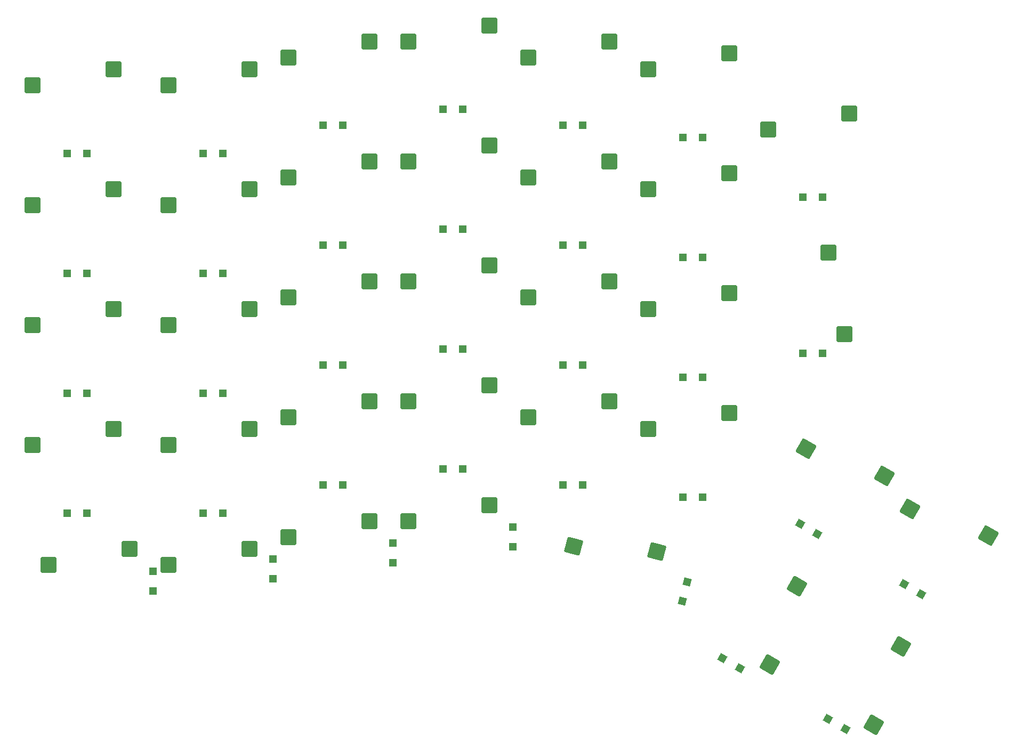
<source format=gbp>
G04 #@! TF.GenerationSoftware,KiCad,Pcbnew,7.0.8*
G04 #@! TF.CreationDate,2023-11-23T13:30:25+08:00*
G04 #@! TF.ProjectId,redox_rev1_hs,7265646f-785f-4726-9576-315f68732e6b,1.0*
G04 #@! TF.SameCoordinates,Original*
G04 #@! TF.FileFunction,Paste,Bot*
G04 #@! TF.FilePolarity,Positive*
%FSLAX46Y46*%
G04 Gerber Fmt 4.6, Leading zero omitted, Abs format (unit mm)*
G04 Created by KiCad (PCBNEW 7.0.8) date 2023-11-23 13:30:25*
%MOMM*%
%LPD*%
G01*
G04 APERTURE LIST*
G04 Aperture macros list*
%AMRoundRect*
0 Rectangle with rounded corners*
0 $1 Rounding radius*
0 $2 $3 $4 $5 $6 $7 $8 $9 X,Y pos of 4 corners*
0 Add a 4 corners polygon primitive as box body*
4,1,4,$2,$3,$4,$5,$6,$7,$8,$9,$2,$3,0*
0 Add four circle primitives for the rounded corners*
1,1,$1+$1,$2,$3*
1,1,$1+$1,$4,$5*
1,1,$1+$1,$6,$7*
1,1,$1+$1,$8,$9*
0 Add four rect primitives between the rounded corners*
20,1,$1+$1,$2,$3,$4,$5,0*
20,1,$1+$1,$4,$5,$6,$7,0*
20,1,$1+$1,$6,$7,$8,$9,0*
20,1,$1+$1,$8,$9,$2,$3,0*%
%AMRotRect*
0 Rectangle, with rotation*
0 The origin of the aperture is its center*
0 $1 length*
0 $2 width*
0 $3 Rotation angle, in degrees counterclockwise*
0 Add horizontal line*
21,1,$1,$2,0,0,$3*%
G04 Aperture macros list end*
%ADD10R,1.200000X1.200000*%
%ADD11RotRect,1.200000X1.200000X150.000000*%
%ADD12RotRect,1.200000X1.200000X255.000000*%
%ADD13RoundRect,0.250000X-1.025000X-1.000000X1.025000X-1.000000X1.025000X1.000000X-1.025000X1.000000X0*%
%ADD14RoundRect,0.250000X-1.000000X1.025000X-1.000000X-1.025000X1.000000X-1.025000X1.000000X1.025000X0*%
%ADD15RoundRect,0.250000X-1.387676X-0.353525X0.387676X-1.378525X1.387676X0.353525X-0.387676X1.378525X0*%
%ADD16RoundRect,0.250000X-1.248893X-0.700636X0.731255X-1.231215X1.248893X0.700636X-0.731255X1.231215X0*%
%ADD17RoundRect,0.250000X-0.353525X1.387676X-1.378525X-0.387676X0.353525X-1.387676X1.378525X0.387676X0*%
G04 APERTURE END LIST*
D10*
X89865000Y-74930000D03*
X93015000Y-74930000D03*
X111455000Y-74930000D03*
X114605000Y-74930000D03*
X130505000Y-70485000D03*
X133655000Y-70485000D03*
X149555000Y-67945000D03*
X152705000Y-67945000D03*
X168605000Y-70485000D03*
X171755000Y-70485000D03*
X187655000Y-72390000D03*
X190805000Y-72390000D03*
X206705000Y-81915000D03*
X209855000Y-81915000D03*
X89865000Y-93980000D03*
X93015000Y-93980000D03*
X111455000Y-93980000D03*
X114605000Y-93980000D03*
X130505000Y-89535000D03*
X133655000Y-89535000D03*
X149555000Y-86995000D03*
X152705000Y-86995000D03*
X168605000Y-89535000D03*
X171755000Y-89535000D03*
X187655000Y-91440000D03*
X190805000Y-91440000D03*
X206705000Y-106680000D03*
X209855000Y-106680000D03*
X89865000Y-113030000D03*
X93015000Y-113030000D03*
X111455000Y-113030000D03*
X114605000Y-113030000D03*
X130505000Y-108585000D03*
X133655000Y-108585000D03*
X149555000Y-106045000D03*
X152705000Y-106045000D03*
X168605000Y-108585000D03*
X171755000Y-108585000D03*
X187655000Y-110490000D03*
X190805000Y-110490000D03*
D11*
X206281010Y-133832500D03*
X209008990Y-135407500D03*
D10*
X89865000Y-132080000D03*
X93015000Y-132080000D03*
X111455000Y-132080000D03*
X114605000Y-132080000D03*
X130505000Y-127635000D03*
X133655000Y-127635000D03*
X149555000Y-125095000D03*
X152705000Y-125095000D03*
X168605000Y-127635000D03*
X171755000Y-127635000D03*
X187655000Y-129540000D03*
X190805000Y-129540000D03*
D11*
X222791010Y-143357500D03*
X225518990Y-144932500D03*
D10*
X103505000Y-144450000D03*
X103505000Y-141300000D03*
X122555000Y-142545000D03*
X122555000Y-139395000D03*
X141605000Y-140005000D03*
X141605000Y-136855000D03*
X160655000Y-137465000D03*
X160655000Y-134315000D03*
D12*
X187552360Y-146047333D03*
X188367640Y-143004667D03*
D11*
X193962010Y-155168500D03*
X196689990Y-156743500D03*
X210726010Y-164820500D03*
X213453990Y-166395500D03*
D13*
X84355000Y-64135000D03*
X97282000Y-61595000D03*
X105945000Y-64135000D03*
X118872000Y-61595000D03*
X124995000Y-59690000D03*
X137922000Y-57150000D03*
X144045000Y-57150000D03*
X156972000Y-54610000D03*
X163095000Y-59690000D03*
X176022000Y-57150000D03*
X182145000Y-61595000D03*
X195072000Y-59055000D03*
X201195000Y-71120000D03*
X214122000Y-68580000D03*
X84355000Y-83185000D03*
X97282000Y-80645000D03*
X105945000Y-83185000D03*
X118872000Y-80645000D03*
X124995000Y-78740000D03*
X137922000Y-76200000D03*
X144045000Y-76200000D03*
X156972000Y-73660000D03*
X163095000Y-78740000D03*
X176022000Y-76200000D03*
X182145000Y-80645000D03*
X195072000Y-78105000D03*
D14*
X210820000Y-90705000D03*
X213360000Y-103632000D03*
D13*
X84355000Y-102235000D03*
X97282000Y-99695000D03*
X105945000Y-102235000D03*
X118872000Y-99695000D03*
X124995000Y-97790000D03*
X137922000Y-95250000D03*
X144045000Y-95250000D03*
X156972000Y-92710000D03*
X163095000Y-97790000D03*
X176022000Y-95250000D03*
X182145000Y-99695000D03*
X195072000Y-97155000D03*
D15*
X207224210Y-121892795D03*
X219689320Y-126156591D03*
D13*
X84355000Y-121285000D03*
X97282000Y-118745000D03*
X105945000Y-121285000D03*
X118872000Y-118745000D03*
X124995000Y-116840000D03*
X137922000Y-114300000D03*
X144045000Y-114300000D03*
X156972000Y-111760000D03*
X163095000Y-116840000D03*
X176022000Y-114300000D03*
X182145000Y-118745000D03*
X195072000Y-116205000D03*
D15*
X223734210Y-131417795D03*
X236199320Y-135681591D03*
D13*
X86895000Y-140335000D03*
X99822000Y-137795000D03*
X105945000Y-140335000D03*
X118872000Y-137795000D03*
X124995000Y-135890000D03*
X137922000Y-133350000D03*
X144045000Y-133350000D03*
X156972000Y-130810000D03*
D16*
X170343816Y-137317815D03*
X183487739Y-138210118D03*
D17*
X205767205Y-143724210D03*
X201503409Y-156189320D03*
X222277205Y-153249210D03*
X218013409Y-165714320D03*
M02*

</source>
